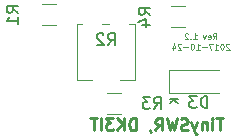
<source format=gbo>
G04 #@! TF.FileFunction,Legend,Bot*
%FSLAX46Y46*%
G04 Gerber Fmt 4.6, Leading zero omitted, Abs format (unit mm)*
G04 Created by KiCad (PCBNEW 4.0.6) date 2017 October 24, Tuesday 22:14:54*
%MOMM*%
%LPD*%
G01*
G04 APERTURE LIST*
%ADD10C,0.100000*%
%ADD11C,0.125000*%
%ADD12C,0.175000*%
%ADD13C,0.250000*%
%ADD14C,0.120000*%
%ADD15C,0.150000*%
G04 APERTURE END LIST*
D10*
D11*
X170364813Y-99547190D02*
X170531480Y-99309095D01*
X170650527Y-99547190D02*
X170650527Y-99047190D01*
X170460051Y-99047190D01*
X170412432Y-99071000D01*
X170388623Y-99094810D01*
X170364813Y-99142429D01*
X170364813Y-99213857D01*
X170388623Y-99261476D01*
X170412432Y-99285286D01*
X170460051Y-99309095D01*
X170650527Y-99309095D01*
X169960051Y-99523381D02*
X170007670Y-99547190D01*
X170102908Y-99547190D01*
X170150527Y-99523381D01*
X170174337Y-99475762D01*
X170174337Y-99285286D01*
X170150527Y-99237667D01*
X170102908Y-99213857D01*
X170007670Y-99213857D01*
X169960051Y-99237667D01*
X169936242Y-99285286D01*
X169936242Y-99332905D01*
X170174337Y-99380524D01*
X169769575Y-99213857D02*
X169650528Y-99547190D01*
X169531480Y-99213857D01*
X168698148Y-99547190D02*
X168983862Y-99547190D01*
X168841005Y-99547190D02*
X168841005Y-99047190D01*
X168888624Y-99118619D01*
X168936243Y-99166238D01*
X168983862Y-99190048D01*
X168483862Y-99499571D02*
X168460053Y-99523381D01*
X168483862Y-99547190D01*
X168507672Y-99523381D01*
X168483862Y-99499571D01*
X168483862Y-99547190D01*
X168269577Y-99094810D02*
X168245767Y-99071000D01*
X168198148Y-99047190D01*
X168079101Y-99047190D01*
X168031482Y-99071000D01*
X168007672Y-99094810D01*
X167983863Y-99142429D01*
X167983863Y-99190048D01*
X168007672Y-99261476D01*
X168293386Y-99547190D01*
X167983863Y-99547190D01*
X171757670Y-99969810D02*
X171733860Y-99946000D01*
X171686241Y-99922190D01*
X171567194Y-99922190D01*
X171519575Y-99946000D01*
X171495765Y-99969810D01*
X171471956Y-100017429D01*
X171471956Y-100065048D01*
X171495765Y-100136476D01*
X171781479Y-100422190D01*
X171471956Y-100422190D01*
X171162432Y-99922190D02*
X171114813Y-99922190D01*
X171067194Y-99946000D01*
X171043385Y-99969810D01*
X171019575Y-100017429D01*
X170995766Y-100112667D01*
X170995766Y-100231714D01*
X171019575Y-100326952D01*
X171043385Y-100374571D01*
X171067194Y-100398381D01*
X171114813Y-100422190D01*
X171162432Y-100422190D01*
X171210051Y-100398381D01*
X171233861Y-100374571D01*
X171257670Y-100326952D01*
X171281480Y-100231714D01*
X171281480Y-100112667D01*
X171257670Y-100017429D01*
X171233861Y-99969810D01*
X171210051Y-99946000D01*
X171162432Y-99922190D01*
X170519576Y-100422190D02*
X170805290Y-100422190D01*
X170662433Y-100422190D02*
X170662433Y-99922190D01*
X170710052Y-99993619D01*
X170757671Y-100041238D01*
X170805290Y-100065048D01*
X170352909Y-99922190D02*
X170019576Y-99922190D01*
X170233862Y-100422190D01*
X169829100Y-100231714D02*
X169448148Y-100231714D01*
X168948148Y-100422190D02*
X169233862Y-100422190D01*
X169091005Y-100422190D02*
X169091005Y-99922190D01*
X169138624Y-99993619D01*
X169186243Y-100041238D01*
X169233862Y-100065048D01*
X168638624Y-99922190D02*
X168591005Y-99922190D01*
X168543386Y-99946000D01*
X168519577Y-99969810D01*
X168495767Y-100017429D01*
X168471958Y-100112667D01*
X168471958Y-100231714D01*
X168495767Y-100326952D01*
X168519577Y-100374571D01*
X168543386Y-100398381D01*
X168591005Y-100422190D01*
X168638624Y-100422190D01*
X168686243Y-100398381D01*
X168710053Y-100374571D01*
X168733862Y-100326952D01*
X168757672Y-100231714D01*
X168757672Y-100112667D01*
X168733862Y-100017429D01*
X168710053Y-99969810D01*
X168686243Y-99946000D01*
X168638624Y-99922190D01*
X168257672Y-100231714D02*
X167876720Y-100231714D01*
X167662434Y-99969810D02*
X167638624Y-99946000D01*
X167591005Y-99922190D01*
X167471958Y-99922190D01*
X167424339Y-99946000D01*
X167400529Y-99969810D01*
X167376720Y-100017429D01*
X167376720Y-100065048D01*
X167400529Y-100136476D01*
X167686243Y-100422190D01*
X167376720Y-100422190D01*
X166948149Y-100088857D02*
X166948149Y-100422190D01*
X167067196Y-99898381D02*
X167186244Y-100255524D01*
X166876720Y-100255524D01*
D12*
X167423267Y-104566267D02*
X166723267Y-104566267D01*
X167423267Y-104966267D02*
X167023267Y-104666267D01*
X166723267Y-104966267D02*
X167123267Y-104566267D01*
D13*
X171219047Y-106252381D02*
X170647618Y-106252381D01*
X170933333Y-107252381D02*
X170933333Y-106252381D01*
X170314285Y-107252381D02*
X170314285Y-106585714D01*
X170314285Y-106252381D02*
X170361904Y-106300000D01*
X170314285Y-106347619D01*
X170266666Y-106300000D01*
X170314285Y-106252381D01*
X170314285Y-106347619D01*
X169838095Y-106585714D02*
X169838095Y-107252381D01*
X169838095Y-106680952D02*
X169790476Y-106633333D01*
X169695238Y-106585714D01*
X169552380Y-106585714D01*
X169457142Y-106633333D01*
X169409523Y-106728571D01*
X169409523Y-107252381D01*
X169028571Y-106585714D02*
X168790476Y-107252381D01*
X168552380Y-106585714D02*
X168790476Y-107252381D01*
X168885714Y-107490476D01*
X168933333Y-107538095D01*
X169028571Y-107585714D01*
X168219047Y-107204762D02*
X168076190Y-107252381D01*
X167838094Y-107252381D01*
X167742856Y-107204762D01*
X167695237Y-107157143D01*
X167647618Y-107061905D01*
X167647618Y-106966667D01*
X167695237Y-106871429D01*
X167742856Y-106823810D01*
X167838094Y-106776190D01*
X168028571Y-106728571D01*
X168123809Y-106680952D01*
X168171428Y-106633333D01*
X168219047Y-106538095D01*
X168219047Y-106442857D01*
X168171428Y-106347619D01*
X168123809Y-106300000D01*
X168028571Y-106252381D01*
X167790475Y-106252381D01*
X167647618Y-106300000D01*
X167314285Y-106252381D02*
X167076190Y-107252381D01*
X166885713Y-106538095D01*
X166695237Y-107252381D01*
X166457142Y-106252381D01*
X165504761Y-107252381D02*
X165838095Y-106776190D01*
X166076190Y-107252381D02*
X166076190Y-106252381D01*
X165695237Y-106252381D01*
X165599999Y-106300000D01*
X165552380Y-106347619D01*
X165504761Y-106442857D01*
X165504761Y-106585714D01*
X165552380Y-106680952D01*
X165599999Y-106728571D01*
X165695237Y-106776190D01*
X166076190Y-106776190D01*
X165028571Y-107204762D02*
X165028571Y-107252381D01*
X165076190Y-107347619D01*
X165123809Y-107395238D01*
X163838095Y-107252381D02*
X163838095Y-106252381D01*
X163600000Y-106252381D01*
X163457142Y-106300000D01*
X163361904Y-106395238D01*
X163314285Y-106490476D01*
X163266666Y-106680952D01*
X163266666Y-106823810D01*
X163314285Y-107014286D01*
X163361904Y-107109524D01*
X163457142Y-107204762D01*
X163600000Y-107252381D01*
X163838095Y-107252381D01*
X162838095Y-107252381D02*
X162838095Y-106252381D01*
X162266666Y-107252381D02*
X162695238Y-106680952D01*
X162266666Y-106252381D02*
X162838095Y-106823810D01*
X161933333Y-106252381D02*
X161314285Y-106252381D01*
X161647619Y-106633333D01*
X161504761Y-106633333D01*
X161409523Y-106680952D01*
X161361904Y-106728571D01*
X161314285Y-106823810D01*
X161314285Y-107061905D01*
X161361904Y-107157143D01*
X161409523Y-107204762D01*
X161504761Y-107252381D01*
X161790476Y-107252381D01*
X161885714Y-107204762D01*
X161933333Y-107157143D01*
X160885714Y-107252381D02*
X160885714Y-106252381D01*
X160552381Y-106252381D02*
X159980952Y-106252381D01*
X160266667Y-107252381D02*
X160266667Y-106252381D01*
D14*
X162600000Y-104120000D02*
X161400000Y-104120000D01*
X161400000Y-105880000D02*
X162600000Y-105880000D01*
X170914000Y-104124000D02*
X166614000Y-104124000D01*
X166614000Y-104124000D02*
X166614000Y-102124000D01*
X166614000Y-102124000D02*
X170914000Y-102124000D01*
X157089400Y-96579800D02*
X155889400Y-96579800D01*
X155889400Y-98339800D02*
X157089400Y-98339800D01*
X168011400Y-96744900D02*
X166811400Y-96744900D01*
X166811400Y-98504900D02*
X168011400Y-98504900D01*
X163750000Y-102969400D02*
X163750000Y-98249400D01*
X158830000Y-102969400D02*
X158830000Y-98249400D01*
X163750000Y-102969400D02*
X162470000Y-102969400D01*
X160110000Y-102969400D02*
X158830000Y-102969400D01*
X163750000Y-98249400D02*
X163270000Y-98249400D01*
X161610000Y-98249400D02*
X160970000Y-98249400D01*
X159310000Y-98249400D02*
X158830000Y-98249400D01*
X163370000Y-102969400D02*
X163370000Y-102969400D01*
X163370000Y-102969400D02*
X162470000Y-102969400D01*
X163370000Y-102969400D02*
X162470000Y-102969400D01*
D15*
X165366666Y-105452381D02*
X165700000Y-104976190D01*
X165938095Y-105452381D02*
X165938095Y-104452381D01*
X165557142Y-104452381D01*
X165461904Y-104500000D01*
X165414285Y-104547619D01*
X165366666Y-104642857D01*
X165366666Y-104785714D01*
X165414285Y-104880952D01*
X165461904Y-104928571D01*
X165557142Y-104976190D01*
X165938095Y-104976190D01*
X165033333Y-104452381D02*
X164414285Y-104452381D01*
X164747619Y-104833333D01*
X164604761Y-104833333D01*
X164509523Y-104880952D01*
X164461904Y-104928571D01*
X164414285Y-105023810D01*
X164414285Y-105261905D01*
X164461904Y-105357143D01*
X164509523Y-105404762D01*
X164604761Y-105452381D01*
X164890476Y-105452381D01*
X164985714Y-105404762D01*
X165033333Y-105357143D01*
X169902095Y-105354381D02*
X169902095Y-104354381D01*
X169664000Y-104354381D01*
X169521142Y-104402000D01*
X169425904Y-104497238D01*
X169378285Y-104592476D01*
X169330666Y-104782952D01*
X169330666Y-104925810D01*
X169378285Y-105116286D01*
X169425904Y-105211524D01*
X169521142Y-105306762D01*
X169664000Y-105354381D01*
X169902095Y-105354381D01*
X168997333Y-104354381D02*
X168378285Y-104354381D01*
X168711619Y-104735333D01*
X168568761Y-104735333D01*
X168473523Y-104782952D01*
X168425904Y-104830571D01*
X168378285Y-104925810D01*
X168378285Y-105163905D01*
X168425904Y-105259143D01*
X168473523Y-105306762D01*
X168568761Y-105354381D01*
X168854476Y-105354381D01*
X168949714Y-105306762D01*
X168997333Y-105259143D01*
X153893781Y-97293134D02*
X153417590Y-96959800D01*
X153893781Y-96721705D02*
X152893781Y-96721705D01*
X152893781Y-97102658D01*
X152941400Y-97197896D01*
X152989019Y-97245515D01*
X153084257Y-97293134D01*
X153227114Y-97293134D01*
X153322352Y-97245515D01*
X153369971Y-97197896D01*
X153417590Y-97102658D01*
X153417590Y-96721705D01*
X153893781Y-98245515D02*
X153893781Y-97674086D01*
X153893781Y-97959800D02*
X152893781Y-97959800D01*
X153036638Y-97864562D01*
X153131876Y-97769324D01*
X153179495Y-97674086D01*
X165069781Y-97483634D02*
X164593590Y-97150300D01*
X165069781Y-96912205D02*
X164069781Y-96912205D01*
X164069781Y-97293158D01*
X164117400Y-97388396D01*
X164165019Y-97436015D01*
X164260257Y-97483634D01*
X164403114Y-97483634D01*
X164498352Y-97436015D01*
X164545971Y-97388396D01*
X164593590Y-97293158D01*
X164593590Y-96912205D01*
X164403114Y-98340777D02*
X165069781Y-98340777D01*
X164022162Y-98102681D02*
X164736448Y-97864586D01*
X164736448Y-98483634D01*
X161466666Y-100052381D02*
X161800000Y-99576190D01*
X162038095Y-100052381D02*
X162038095Y-99052381D01*
X161657142Y-99052381D01*
X161561904Y-99100000D01*
X161514285Y-99147619D01*
X161466666Y-99242857D01*
X161466666Y-99385714D01*
X161514285Y-99480952D01*
X161561904Y-99528571D01*
X161657142Y-99576190D01*
X162038095Y-99576190D01*
X161085714Y-99147619D02*
X161038095Y-99100000D01*
X160942857Y-99052381D01*
X160704761Y-99052381D01*
X160609523Y-99100000D01*
X160561904Y-99147619D01*
X160514285Y-99242857D01*
X160514285Y-99338095D01*
X160561904Y-99480952D01*
X161133333Y-100052381D01*
X160514285Y-100052381D01*
M02*

</source>
